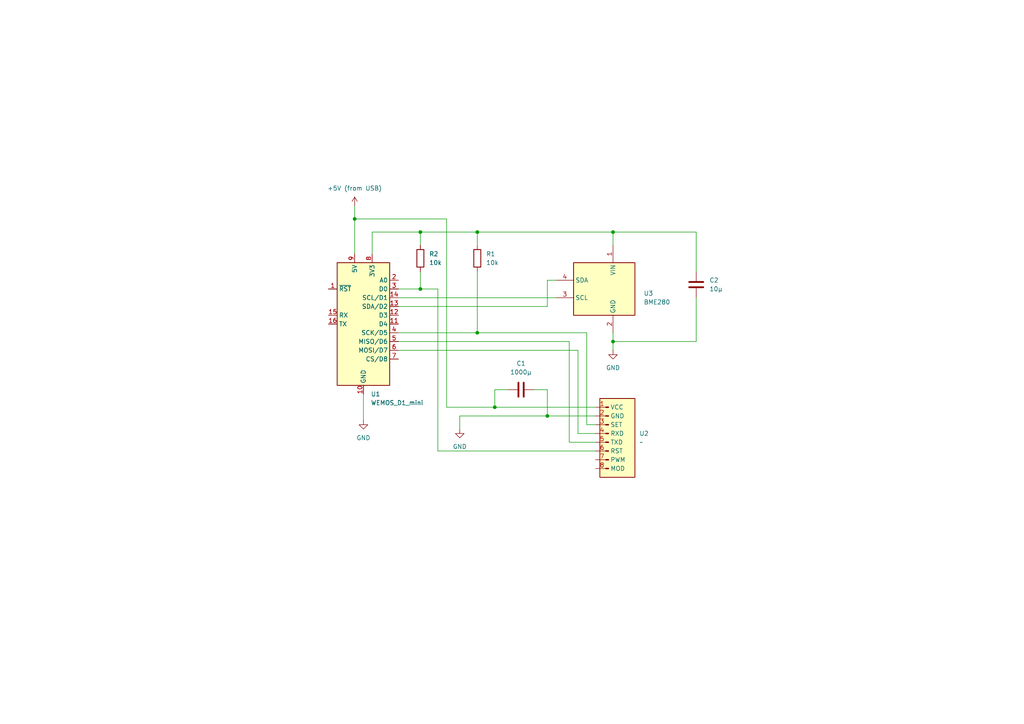
<source format=kicad_sch>
(kicad_sch
	(version 20250114)
	(generator "eeschema")
	(generator_version "9.0")
	(uuid "f1965451-c1dc-41a0-abe4-45483b23ddd7")
	(paper "A4")
	(lib_symbols
		(symbol "Device:C"
			(pin_numbers
				(hide yes)
			)
			(pin_names
				(offset 0.254)
			)
			(exclude_from_sim no)
			(in_bom yes)
			(on_board yes)
			(property "Reference" "C"
				(at 0.635 2.54 0)
				(effects
					(font
						(size 1.27 1.27)
					)
					(justify left)
				)
			)
			(property "Value" "C"
				(at 0.635 -2.54 0)
				(effects
					(font
						(size 1.27 1.27)
					)
					(justify left)
				)
			)
			(property "Footprint" ""
				(at 0.9652 -3.81 0)
				(effects
					(font
						(size 1.27 1.27)
					)
					(hide yes)
				)
			)
			(property "Datasheet" "~"
				(at 0 0 0)
				(effects
					(font
						(size 1.27 1.27)
					)
					(hide yes)
				)
			)
			(property "Description" "Unpolarized capacitor"
				(at 0 0 0)
				(effects
					(font
						(size 1.27 1.27)
					)
					(hide yes)
				)
			)
			(property "ki_keywords" "cap capacitor"
				(at 0 0 0)
				(effects
					(font
						(size 1.27 1.27)
					)
					(hide yes)
				)
			)
			(property "ki_fp_filters" "C_*"
				(at 0 0 0)
				(effects
					(font
						(size 1.27 1.27)
					)
					(hide yes)
				)
			)
			(symbol "C_0_1"
				(polyline
					(pts
						(xy -2.032 0.762) (xy 2.032 0.762)
					)
					(stroke
						(width 0.508)
						(type default)
					)
					(fill
						(type none)
					)
				)
				(polyline
					(pts
						(xy -2.032 -0.762) (xy 2.032 -0.762)
					)
					(stroke
						(width 0.508)
						(type default)
					)
					(fill
						(type none)
					)
				)
			)
			(symbol "C_1_1"
				(pin passive line
					(at 0 3.81 270)
					(length 2.794)
					(name "~"
						(effects
							(font
								(size 1.27 1.27)
							)
						)
					)
					(number "1"
						(effects
							(font
								(size 1.27 1.27)
							)
						)
					)
				)
				(pin passive line
					(at 0 -3.81 90)
					(length 2.794)
					(name "~"
						(effects
							(font
								(size 1.27 1.27)
							)
						)
					)
					(number "2"
						(effects
							(font
								(size 1.27 1.27)
							)
						)
					)
				)
			)
			(embedded_fonts no)
		)
		(symbol "Device:R"
			(pin_numbers
				(hide yes)
			)
			(pin_names
				(offset 0)
			)
			(exclude_from_sim no)
			(in_bom yes)
			(on_board yes)
			(property "Reference" "R"
				(at 2.032 0 90)
				(effects
					(font
						(size 1.27 1.27)
					)
				)
			)
			(property "Value" "R"
				(at 0 0 90)
				(effects
					(font
						(size 1.27 1.27)
					)
				)
			)
			(property "Footprint" ""
				(at -1.778 0 90)
				(effects
					(font
						(size 1.27 1.27)
					)
					(hide yes)
				)
			)
			(property "Datasheet" "~"
				(at 0 0 0)
				(effects
					(font
						(size 1.27 1.27)
					)
					(hide yes)
				)
			)
			(property "Description" "Resistor"
				(at 0 0 0)
				(effects
					(font
						(size 1.27 1.27)
					)
					(hide yes)
				)
			)
			(property "ki_keywords" "R res resistor"
				(at 0 0 0)
				(effects
					(font
						(size 1.27 1.27)
					)
					(hide yes)
				)
			)
			(property "ki_fp_filters" "R_*"
				(at 0 0 0)
				(effects
					(font
						(size 1.27 1.27)
					)
					(hide yes)
				)
			)
			(symbol "R_0_1"
				(rectangle
					(start -1.016 -2.54)
					(end 1.016 2.54)
					(stroke
						(width 0.254)
						(type default)
					)
					(fill
						(type none)
					)
				)
			)
			(symbol "R_1_1"
				(pin passive line
					(at 0 3.81 270)
					(length 1.27)
					(name "~"
						(effects
							(font
								(size 1.27 1.27)
							)
						)
					)
					(number "1"
						(effects
							(font
								(size 1.27 1.27)
							)
						)
					)
				)
				(pin passive line
					(at 0 -3.81 90)
					(length 1.27)
					(name "~"
						(effects
							(font
								(size 1.27 1.27)
							)
						)
					)
					(number "2"
						(effects
							(font
								(size 1.27 1.27)
							)
						)
					)
				)
			)
			(embedded_fonts no)
		)
		(symbol "Moje:BME280_module_(I2C_only)"
			(exclude_from_sim no)
			(in_bom yes)
			(on_board yes)
			(property "Reference" "U3"
				(at -11.43 1.2701 0)
				(effects
					(font
						(size 1.27 1.27)
					)
					(justify right)
				)
			)
			(property "Value" "BME280_module_(I2C_only)"
				(at -11.43 -1.2699 0)
				(effects
					(font
						(size 1.27 1.27)
					)
					(justify right)
				)
			)
			(property "Footprint" "Package_LGA:Bosch_LGA-8_2.5x2.5mm_P0.65mm_ClockwisePinNumbering"
				(at 38.1 -11.43 0)
				(effects
					(font
						(size 1.27 1.27)
					)
					(hide yes)
				)
			)
			(property "Datasheet" "https://www.bosch-sensortec.com/media/boschsensortec/downloads/datasheets/bst-bme280-ds002.pdf"
				(at 0 -5.08 0)
				(effects
					(font
						(size 1.27 1.27)
					)
					(hide yes)
				)
			)
			(property "Description" "3-in-1 sensor, humidity, pressure, temperature, I2C and SPI interface, 1.71-3.6V, LGA-8"
				(at 0 0 0)
				(effects
					(font
						(size 1.27 1.27)
					)
					(hide yes)
				)
			)
			(property "ki_keywords" "Bosch pressure humidity temperature environment environmental measurement digital"
				(at 0 0 0)
				(effects
					(font
						(size 1.27 1.27)
					)
					(hide yes)
				)
			)
			(property "ki_fp_filters" "*LGA*2.5x2.5mm*P0.65mm*Clockwise*"
				(at 0 0 0)
				(effects
					(font
						(size 1.27 1.27)
					)
					(hide yes)
				)
			)
			(symbol "BME280_module_(I2C_only)_0_1"
				(rectangle
					(start -8.89 10.16)
					(end 8.89 -5.08)
					(stroke
						(width 0.254)
						(type default)
					)
					(fill
						(type background)
					)
				)
			)
			(symbol "BME280_module_(I2C_only)_1_1"
				(pin power_in line
					(at -2.54 15.24 270)
					(length 5.08)
					(name "VIN"
						(effects
							(font
								(size 1.27 1.27)
							)
						)
					)
					(number "1"
						(effects
							(font
								(size 1.27 1.27)
							)
						)
					)
				)
				(pin power_in line
					(at -2.54 -10.16 90)
					(length 5.08)
					(name "GND"
						(effects
							(font
								(size 1.27 1.27)
							)
						)
					)
					(number "2"
						(effects
							(font
								(size 1.27 1.27)
							)
						)
					)
				)
				(pin bidirectional line
					(at 13.97 5.08 180)
					(length 5.08)
					(name "SDA"
						(effects
							(font
								(size 1.27 1.27)
							)
						)
					)
					(number "4"
						(effects
							(font
								(size 1.27 1.27)
							)
						)
					)
				)
				(pin input line
					(at 13.97 0 180)
					(length 5.08)
					(name "SCL"
						(effects
							(font
								(size 1.27 1.27)
							)
						)
					)
					(number "3"
						(effects
							(font
								(size 1.27 1.27)
							)
						)
					)
				)
			)
			(embedded_fonts no)
		)
		(symbol "Moje:PMS5005"
			(exclude_from_sim no)
			(in_bom yes)
			(on_board yes)
			(property "Reference" "U"
				(at 0 0 0)
				(effects
					(font
						(size 1.27 1.27)
					)
				)
			)
			(property "Value" ""
				(at 0 0 0)
				(effects
					(font
						(size 1.27 1.27)
					)
				)
			)
			(property "Footprint" ""
				(at 0 0 0)
				(effects
					(font
						(size 1.27 1.27)
					)
					(hide yes)
				)
			)
			(property "Datasheet" ""
				(at 0 0 0)
				(effects
					(font
						(size 1.27 1.27)
					)
					(hide yes)
				)
			)
			(property "Description" ""
				(at 0 0 0)
				(effects
					(font
						(size 1.27 1.27)
					)
					(hide yes)
				)
			)
			(symbol "PMS5005_0_1"
				(rectangle
					(start 5.08 -1.27)
					(end -5.08 -24.13)
					(stroke
						(width 0.254)
						(type solid)
					)
					(fill
						(type background)
					)
				)
			)
			(symbol "PMS5005_1_1"
				(rectangle
					(start -3.4036 -3.683)
					(end -2.54 -3.937)
					(stroke
						(width 0.1524)
						(type solid)
					)
					(fill
						(type outline)
					)
				)
				(rectangle
					(start -3.4036 -6.223)
					(end -2.54 -6.477)
					(stroke
						(width 0.1524)
						(type solid)
					)
					(fill
						(type outline)
					)
				)
				(rectangle
					(start -3.4036 -8.763)
					(end -2.54 -9.017)
					(stroke
						(width 0.1524)
						(type solid)
					)
					(fill
						(type outline)
					)
				)
				(rectangle
					(start -3.4036 -11.303)
					(end -2.54 -11.557)
					(stroke
						(width 0.1524)
						(type solid)
					)
					(fill
						(type outline)
					)
				)
				(rectangle
					(start -3.4036 -13.843)
					(end -2.54 -14.097)
					(stroke
						(width 0.1524)
						(type solid)
					)
					(fill
						(type outline)
					)
				)
				(rectangle
					(start -3.4036 -16.383)
					(end -2.54 -16.637)
					(stroke
						(width 0.1524)
						(type solid)
					)
					(fill
						(type outline)
					)
				)
				(rectangle
					(start -3.4036 -18.923)
					(end -2.54 -19.177)
					(stroke
						(width 0.1524)
						(type solid)
					)
					(fill
						(type outline)
					)
				)
				(rectangle
					(start -3.4036 -21.463)
					(end -2.54 -21.717)
					(stroke
						(width 0.1524)
						(type solid)
					)
					(fill
						(type outline)
					)
				)
				(polyline
					(pts
						(xy -3.175 -3.81) (xy -2.7686 -3.81)
					)
					(stroke
						(width 0.1524)
						(type solid)
					)
					(fill
						(type none)
					)
				)
				(polyline
					(pts
						(xy -3.175 -6.35) (xy -2.7686 -6.35)
					)
					(stroke
						(width 0.1524)
						(type solid)
					)
					(fill
						(type none)
					)
				)
				(polyline
					(pts
						(xy -3.175 -8.89) (xy -2.7686 -8.89)
					)
					(stroke
						(width 0.1524)
						(type solid)
					)
					(fill
						(type none)
					)
				)
				(polyline
					(pts
						(xy -3.175 -11.43) (xy -2.7686 -11.43)
					)
					(stroke
						(width 0.1524)
						(type solid)
					)
					(fill
						(type none)
					)
				)
				(polyline
					(pts
						(xy -3.175 -13.97) (xy -2.7686 -13.97)
					)
					(stroke
						(width 0.1524)
						(type solid)
					)
					(fill
						(type none)
					)
				)
				(polyline
					(pts
						(xy -3.175 -16.51) (xy -2.7686 -16.51)
					)
					(stroke
						(width 0.1524)
						(type solid)
					)
					(fill
						(type none)
					)
				)
				(polyline
					(pts
						(xy -3.175 -19.05) (xy -2.7686 -19.05)
					)
					(stroke
						(width 0.1524)
						(type solid)
					)
					(fill
						(type none)
					)
				)
				(polyline
					(pts
						(xy -3.175 -21.59) (xy -2.7686 -21.59)
					)
					(stroke
						(width 0.1524)
						(type solid)
					)
					(fill
						(type none)
					)
				)
				(pin power_in line
					(at -6.35 -3.81 0)
					(length 3.81)
					(name "VCC"
						(effects
							(font
								(size 1.27 1.27)
							)
						)
					)
					(number "1"
						(effects
							(font
								(size 1.27 1.27)
							)
						)
					)
				)
				(pin power_in line
					(at -6.35 -6.35 0)
					(length 3.81)
					(name "GND"
						(effects
							(font
								(size 1.27 1.27)
							)
						)
					)
					(number "2"
						(effects
							(font
								(size 1.27 1.27)
							)
						)
					)
				)
				(pin input line
					(at -6.35 -8.89 0)
					(length 3.81)
					(name "SET"
						(effects
							(font
								(size 1.27 1.27)
							)
						)
					)
					(number "3"
						(effects
							(font
								(size 1.27 1.27)
							)
						)
					)
				)
				(pin input line
					(at -6.35 -11.43 0)
					(length 3.81)
					(name "RXD"
						(effects
							(font
								(size 1.27 1.27)
							)
						)
					)
					(number "4"
						(effects
							(font
								(size 1.27 1.27)
							)
						)
					)
				)
				(pin output line
					(at -6.35 -13.97 0)
					(length 3.81)
					(name "TXD"
						(effects
							(font
								(size 1.27 1.27)
							)
						)
					)
					(number "5"
						(effects
							(font
								(size 1.27 1.27)
							)
						)
					)
				)
				(pin input line
					(at -6.35 -16.51 0)
					(length 3.81)
					(name "RST"
						(effects
							(font
								(size 1.27 1.27)
							)
						)
					)
					(number "6"
						(effects
							(font
								(size 1.27 1.27)
							)
						)
					)
				)
				(pin output line
					(at -6.35 -19.05 0)
					(length 3.81)
					(name "PWM"
						(effects
							(font
								(size 1.27 1.27)
							)
						)
					)
					(number "7"
						(effects
							(font
								(size 1.27 1.27)
							)
						)
					)
				)
				(pin input line
					(at -6.35 -21.59 0)
					(length 3.81)
					(name "MOD"
						(effects
							(font
								(size 1.27 1.27)
							)
						)
					)
					(number "8"
						(effects
							(font
								(size 1.27 1.27)
							)
						)
					)
				)
			)
			(embedded_fonts no)
		)
		(symbol "RF_Module:WEMOS_D1_mini"
			(exclude_from_sim no)
			(in_bom yes)
			(on_board yes)
			(property "Reference" "U"
				(at 3.81 19.05 0)
				(effects
					(font
						(size 1.27 1.27)
					)
					(justify left)
				)
			)
			(property "Value" "WEMOS_D1_mini"
				(at 1.27 -19.05 0)
				(effects
					(font
						(size 1.27 1.27)
					)
					(justify left)
				)
			)
			(property "Footprint" "RF_Module:WEMOS_D1_mini_light"
				(at 0 -29.21 0)
				(effects
					(font
						(size 1.27 1.27)
					)
					(hide yes)
				)
			)
			(property "Datasheet" "https://wiki.wemos.cc/products:d1:d1_mini#documentation"
				(at -46.99 -29.21 0)
				(effects
					(font
						(size 1.27 1.27)
					)
					(hide yes)
				)
			)
			(property "Description" "32-bit microcontroller module with WiFi"
				(at 0 0 0)
				(effects
					(font
						(size 1.27 1.27)
					)
					(hide yes)
				)
			)
			(property "ki_keywords" "ESP8266 WiFi microcontroller ESP8266EX"
				(at 0 0 0)
				(effects
					(font
						(size 1.27 1.27)
					)
					(hide yes)
				)
			)
			(property "ki_fp_filters" "WEMOS*D1*mini*"
				(at 0 0 0)
				(effects
					(font
						(size 1.27 1.27)
					)
					(hide yes)
				)
			)
			(symbol "WEMOS_D1_mini_1_1"
				(rectangle
					(start -7.62 17.78)
					(end 7.62 -17.78)
					(stroke
						(width 0.254)
						(type default)
					)
					(fill
						(type background)
					)
				)
				(pin input line
					(at -10.16 10.16 0)
					(length 2.54)
					(name "~{RST}"
						(effects
							(font
								(size 1.27 1.27)
							)
						)
					)
					(number "1"
						(effects
							(font
								(size 1.27 1.27)
							)
						)
					)
				)
				(pin input line
					(at -10.16 2.54 0)
					(length 2.54)
					(name "RX"
						(effects
							(font
								(size 1.27 1.27)
							)
						)
					)
					(number "15"
						(effects
							(font
								(size 1.27 1.27)
							)
						)
					)
				)
				(pin output line
					(at -10.16 0 0)
					(length 2.54)
					(name "TX"
						(effects
							(font
								(size 1.27 1.27)
							)
						)
					)
					(number "16"
						(effects
							(font
								(size 1.27 1.27)
							)
						)
					)
				)
				(pin power_in line
					(at -2.54 20.32 270)
					(length 2.54)
					(name "5V"
						(effects
							(font
								(size 1.27 1.27)
							)
						)
					)
					(number "9"
						(effects
							(font
								(size 1.27 1.27)
							)
						)
					)
				)
				(pin power_in line
					(at 0 -20.32 90)
					(length 2.54)
					(name "GND"
						(effects
							(font
								(size 1.27 1.27)
							)
						)
					)
					(number "10"
						(effects
							(font
								(size 1.27 1.27)
							)
						)
					)
				)
				(pin power_out line
					(at 2.54 20.32 270)
					(length 2.54)
					(name "3V3"
						(effects
							(font
								(size 1.27 1.27)
							)
						)
					)
					(number "8"
						(effects
							(font
								(size 1.27 1.27)
							)
						)
					)
				)
				(pin input line
					(at 10.16 12.7 180)
					(length 2.54)
					(name "A0"
						(effects
							(font
								(size 1.27 1.27)
							)
						)
					)
					(number "2"
						(effects
							(font
								(size 1.27 1.27)
							)
						)
					)
				)
				(pin bidirectional line
					(at 10.16 10.16 180)
					(length 2.54)
					(name "D0"
						(effects
							(font
								(size 1.27 1.27)
							)
						)
					)
					(number "3"
						(effects
							(font
								(size 1.27 1.27)
							)
						)
					)
				)
				(pin bidirectional line
					(at 10.16 7.62 180)
					(length 2.54)
					(name "SCL/D1"
						(effects
							(font
								(size 1.27 1.27)
							)
						)
					)
					(number "14"
						(effects
							(font
								(size 1.27 1.27)
							)
						)
					)
				)
				(pin bidirectional line
					(at 10.16 5.08 180)
					(length 2.54)
					(name "SDA/D2"
						(effects
							(font
								(size 1.27 1.27)
							)
						)
					)
					(number "13"
						(effects
							(font
								(size 1.27 1.27)
							)
						)
					)
				)
				(pin bidirectional line
					(at 10.16 2.54 180)
					(length 2.54)
					(name "D3"
						(effects
							(font
								(size 1.27 1.27)
							)
						)
					)
					(number "12"
						(effects
							(font
								(size 1.27 1.27)
							)
						)
					)
				)
				(pin bidirectional line
					(at 10.16 0 180)
					(length 2.54)
					(name "D4"
						(effects
							(font
								(size 1.27 1.27)
							)
						)
					)
					(number "11"
						(effects
							(font
								(size 1.27 1.27)
							)
						)
					)
				)
				(pin bidirectional line
					(at 10.16 -2.54 180)
					(length 2.54)
					(name "SCK/D5"
						(effects
							(font
								(size 1.27 1.27)
							)
						)
					)
					(number "4"
						(effects
							(font
								(size 1.27 1.27)
							)
						)
					)
				)
				(pin bidirectional line
					(at 10.16 -5.08 180)
					(length 2.54)
					(name "MISO/D6"
						(effects
							(font
								(size 1.27 1.27)
							)
						)
					)
					(number "5"
						(effects
							(font
								(size 1.27 1.27)
							)
						)
					)
				)
				(pin bidirectional line
					(at 10.16 -7.62 180)
					(length 2.54)
					(name "MOSI/D7"
						(effects
							(font
								(size 1.27 1.27)
							)
						)
					)
					(number "6"
						(effects
							(font
								(size 1.27 1.27)
							)
						)
					)
				)
				(pin bidirectional line
					(at 10.16 -10.16 180)
					(length 2.54)
					(name "CS/D8"
						(effects
							(font
								(size 1.27 1.27)
							)
						)
					)
					(number "7"
						(effects
							(font
								(size 1.27 1.27)
							)
						)
					)
				)
			)
			(embedded_fonts no)
		)
		(symbol "power:+5V"
			(power)
			(pin_numbers
				(hide yes)
			)
			(pin_names
				(offset 0)
				(hide yes)
			)
			(exclude_from_sim no)
			(in_bom yes)
			(on_board yes)
			(property "Reference" "#PWR"
				(at 0 -3.81 0)
				(effects
					(font
						(size 1.27 1.27)
					)
					(hide yes)
				)
			)
			(property "Value" "+5V"
				(at 0 3.556 0)
				(effects
					(font
						(size 1.27 1.27)
					)
				)
			)
			(property "Footprint" ""
				(at 0 0 0)
				(effects
					(font
						(size 1.27 1.27)
					)
					(hide yes)
				)
			)
			(property "Datasheet" ""
				(at 0 0 0)
				(effects
					(font
						(size 1.27 1.27)
					)
					(hide yes)
				)
			)
			(property "Description" "Power symbol creates a global label with name \"+5V\""
				(at 0 0 0)
				(effects
					(font
						(size 1.27 1.27)
					)
					(hide yes)
				)
			)
			(property "ki_keywords" "global power"
				(at 0 0 0)
				(effects
					(font
						(size 1.27 1.27)
					)
					(hide yes)
				)
			)
			(symbol "+5V_0_1"
				(polyline
					(pts
						(xy -0.762 1.27) (xy 0 2.54)
					)
					(stroke
						(width 0)
						(type default)
					)
					(fill
						(type none)
					)
				)
				(polyline
					(pts
						(xy 0 2.54) (xy 0.762 1.27)
					)
					(stroke
						(width 0)
						(type default)
					)
					(fill
						(type none)
					)
				)
				(polyline
					(pts
						(xy 0 0) (xy 0 2.54)
					)
					(stroke
						(width 0)
						(type default)
					)
					(fill
						(type none)
					)
				)
			)
			(symbol "+5V_1_1"
				(pin power_in line
					(at 0 0 90)
					(length 0)
					(name "~"
						(effects
							(font
								(size 1.27 1.27)
							)
						)
					)
					(number "1"
						(effects
							(font
								(size 1.27 1.27)
							)
						)
					)
				)
			)
			(embedded_fonts no)
		)
		(symbol "power:GND"
			(power)
			(pin_numbers
				(hide yes)
			)
			(pin_names
				(offset 0)
				(hide yes)
			)
			(exclude_from_sim no)
			(in_bom yes)
			(on_board yes)
			(property "Reference" "#PWR"
				(at 0 -6.35 0)
				(effects
					(font
						(size 1.27 1.27)
					)
					(hide yes)
				)
			)
			(property "Value" "GND"
				(at 0 -3.81 0)
				(effects
					(font
						(size 1.27 1.27)
					)
				)
			)
			(property "Footprint" ""
				(at 0 0 0)
				(effects
					(font
						(size 1.27 1.27)
					)
					(hide yes)
				)
			)
			(property "Datasheet" ""
				(at 0 0 0)
				(effects
					(font
						(size 1.27 1.27)
					)
					(hide yes)
				)
			)
			(property "Description" "Power symbol creates a global label with name \"GND\" , ground"
				(at 0 0 0)
				(effects
					(font
						(size 1.27 1.27)
					)
					(hide yes)
				)
			)
			(property "ki_keywords" "global power"
				(at 0 0 0)
				(effects
					(font
						(size 1.27 1.27)
					)
					(hide yes)
				)
			)
			(symbol "GND_0_1"
				(polyline
					(pts
						(xy 0 0) (xy 0 -1.27) (xy 1.27 -1.27) (xy 0 -2.54) (xy -1.27 -1.27) (xy 0 -1.27)
					)
					(stroke
						(width 0)
						(type default)
					)
					(fill
						(type none)
					)
				)
			)
			(symbol "GND_1_1"
				(pin power_in line
					(at 0 0 270)
					(length 0)
					(name "~"
						(effects
							(font
								(size 1.27 1.27)
							)
						)
					)
					(number "1"
						(effects
							(font
								(size 1.27 1.27)
							)
						)
					)
				)
			)
			(embedded_fonts no)
		)
	)
	(junction
		(at 177.8 67.31)
		(diameter 0)
		(color 0 0 0 0)
		(uuid "07b1d714-d814-4c4c-bab3-ec1629106d64")
	)
	(junction
		(at 138.43 67.31)
		(diameter 0)
		(color 0 0 0 0)
		(uuid "1865e35c-6749-4988-8279-4dd6e144c03b")
	)
	(junction
		(at 121.92 83.82)
		(diameter 0)
		(color 0 0 0 0)
		(uuid "19dfe849-a050-46b0-8b2e-3112161a98bf")
	)
	(junction
		(at 143.51 118.11)
		(diameter 0)
		(color 0 0 0 0)
		(uuid "49057275-1e32-40a7-8a0b-eb7a222fe31b")
	)
	(junction
		(at 177.8 99.06)
		(diameter 0)
		(color 0 0 0 0)
		(uuid "49baf18f-cbae-40fa-a33a-bba40e9504d4")
	)
	(junction
		(at 102.87 63.5)
		(diameter 0)
		(color 0 0 0 0)
		(uuid "5910607b-a999-44b1-b576-f32595c3fee1")
	)
	(junction
		(at 121.92 67.31)
		(diameter 0)
		(color 0 0 0 0)
		(uuid "9431e251-e7ac-4294-83e0-ed3654090f2d")
	)
	(junction
		(at 158.75 120.65)
		(diameter 0)
		(color 0 0 0 0)
		(uuid "ac646723-8705-40a0-b360-c709fee43d5b")
	)
	(junction
		(at 138.43 96.52)
		(diameter 0)
		(color 0 0 0 0)
		(uuid "db065eac-22bb-4658-b145-44840f02f85e")
	)
	(wire
		(pts
			(xy 158.75 81.28) (xy 158.75 88.9)
		)
		(stroke
			(width 0)
			(type default)
		)
		(uuid "09273c68-cc2b-4939-bdba-9ffcaf219840")
	)
	(wire
		(pts
			(xy 201.93 86.36) (xy 201.93 99.06)
		)
		(stroke
			(width 0)
			(type default)
		)
		(uuid "0c46c39e-6ce2-479b-8a84-b89f813fa195")
	)
	(wire
		(pts
			(xy 138.43 96.52) (xy 170.18 96.52)
		)
		(stroke
			(width 0)
			(type default)
		)
		(uuid "0eb4a8b7-686b-4dd6-b709-ddd9c1cdaee5")
	)
	(wire
		(pts
			(xy 172.72 125.73) (xy 167.64 125.73)
		)
		(stroke
			(width 0)
			(type default)
		)
		(uuid "104a600a-f126-4215-86e0-f6d13f3ba3c3")
	)
	(wire
		(pts
			(xy 158.75 88.9) (xy 115.57 88.9)
		)
		(stroke
			(width 0)
			(type default)
		)
		(uuid "2583010a-3823-4b2b-9aba-409711752f8c")
	)
	(wire
		(pts
			(xy 161.29 81.28) (xy 158.75 81.28)
		)
		(stroke
			(width 0)
			(type default)
		)
		(uuid "2b559e51-e8a7-42e8-950f-017d41686e07")
	)
	(wire
		(pts
			(xy 172.72 128.27) (xy 165.1 128.27)
		)
		(stroke
			(width 0)
			(type default)
		)
		(uuid "2c3bd69a-1af7-4abf-85f9-f82cdf962701")
	)
	(wire
		(pts
			(xy 172.72 130.81) (xy 127 130.81)
		)
		(stroke
			(width 0)
			(type default)
		)
		(uuid "33066d0e-017f-4546-8bd4-7aa94f0a8dd9")
	)
	(wire
		(pts
			(xy 167.64 101.6) (xy 115.57 101.6)
		)
		(stroke
			(width 0)
			(type default)
		)
		(uuid "34fe386a-81a3-42ea-9412-50549e30d029")
	)
	(wire
		(pts
			(xy 201.93 67.31) (xy 177.8 67.31)
		)
		(stroke
			(width 0)
			(type default)
		)
		(uuid "37456b52-0fde-4c08-a9f1-7fc961d319d9")
	)
	(wire
		(pts
			(xy 127 130.81) (xy 127 83.82)
		)
		(stroke
			(width 0)
			(type default)
		)
		(uuid "3ce708e0-74a9-4bed-af44-94c6382254ec")
	)
	(wire
		(pts
			(xy 105.41 114.3) (xy 105.41 121.92)
		)
		(stroke
			(width 0)
			(type default)
		)
		(uuid "4e910a8c-01a8-420a-b758-c09847ce48f4")
	)
	(wire
		(pts
			(xy 167.64 125.73) (xy 167.64 101.6)
		)
		(stroke
			(width 0)
			(type default)
		)
		(uuid "524b8219-480f-4bde-83d1-7d1133e59da9")
	)
	(wire
		(pts
			(xy 121.92 67.31) (xy 121.92 71.12)
		)
		(stroke
			(width 0)
			(type default)
		)
		(uuid "54e91ba6-a9a8-4885-a622-47d258f8473c")
	)
	(wire
		(pts
			(xy 102.87 63.5) (xy 102.87 73.66)
		)
		(stroke
			(width 0)
			(type default)
		)
		(uuid "55d8632f-6cb6-4ac2-8214-fe792104724e")
	)
	(wire
		(pts
			(xy 172.72 120.65) (xy 158.75 120.65)
		)
		(stroke
			(width 0)
			(type default)
		)
		(uuid "5fdf34f1-ec94-427c-b6e9-24c861e38b2e")
	)
	(wire
		(pts
			(xy 138.43 78.74) (xy 138.43 96.52)
		)
		(stroke
			(width 0)
			(type default)
		)
		(uuid "60c52c9c-a233-4550-9822-247d5f8fc0f0")
	)
	(wire
		(pts
			(xy 115.57 96.52) (xy 138.43 96.52)
		)
		(stroke
			(width 0)
			(type default)
		)
		(uuid "6c16a837-127f-4bbd-a63d-bc215ca02f9d")
	)
	(wire
		(pts
			(xy 127 83.82) (xy 121.92 83.82)
		)
		(stroke
			(width 0)
			(type default)
		)
		(uuid "6d78beb7-36ea-4099-ace5-7e74af69ca05")
	)
	(wire
		(pts
			(xy 158.75 120.65) (xy 133.35 120.65)
		)
		(stroke
			(width 0)
			(type default)
		)
		(uuid "6eeb666c-9577-4838-82e6-e255d0349f9e")
	)
	(wire
		(pts
			(xy 147.32 113.03) (xy 143.51 113.03)
		)
		(stroke
			(width 0)
			(type default)
		)
		(uuid "70851861-5858-4be4-a4bb-2010ab410174")
	)
	(wire
		(pts
			(xy 170.18 123.19) (xy 170.18 96.52)
		)
		(stroke
			(width 0)
			(type default)
		)
		(uuid "78b0665b-d42d-4186-8483-ebc60cf33c17")
	)
	(wire
		(pts
			(xy 102.87 59.69) (xy 102.87 63.5)
		)
		(stroke
			(width 0)
			(type default)
		)
		(uuid "819d0a38-9ee4-448c-8040-6254a4658057")
	)
	(wire
		(pts
			(xy 138.43 67.31) (xy 177.8 67.31)
		)
		(stroke
			(width 0)
			(type default)
		)
		(uuid "81edaead-d486-4c8f-99d4-2395ae4e5181")
	)
	(wire
		(pts
			(xy 154.94 113.03) (xy 158.75 113.03)
		)
		(stroke
			(width 0)
			(type default)
		)
		(uuid "850581a3-b7fc-4320-a85d-334399201c0c")
	)
	(wire
		(pts
			(xy 121.92 67.31) (xy 138.43 67.31)
		)
		(stroke
			(width 0)
			(type default)
		)
		(uuid "8b5177a1-daaf-41cf-a930-594492ef3fdb")
	)
	(wire
		(pts
			(xy 133.35 120.65) (xy 133.35 124.46)
		)
		(stroke
			(width 0)
			(type default)
		)
		(uuid "9d4e4e83-7271-4312-be56-2862ad17519b")
	)
	(wire
		(pts
			(xy 138.43 67.31) (xy 138.43 71.12)
		)
		(stroke
			(width 0)
			(type default)
		)
		(uuid "a050923e-9de3-446d-be9c-ba923557c043")
	)
	(wire
		(pts
			(xy 143.51 118.11) (xy 172.72 118.11)
		)
		(stroke
			(width 0)
			(type default)
		)
		(uuid "b25307df-91d7-4fe8-b086-21aea0872ced")
	)
	(wire
		(pts
			(xy 177.8 99.06) (xy 177.8 101.6)
		)
		(stroke
			(width 0)
			(type default)
		)
		(uuid "b4d1a8a9-d76a-4b23-9a36-56f6a5851c1d")
	)
	(wire
		(pts
			(xy 129.54 63.5) (xy 129.54 118.11)
		)
		(stroke
			(width 0)
			(type default)
		)
		(uuid "b65353ed-a8a2-44f3-813d-e8e036b0f16f")
	)
	(wire
		(pts
			(xy 107.95 73.66) (xy 107.95 67.31)
		)
		(stroke
			(width 0)
			(type default)
		)
		(uuid "b8218eb5-44c5-415e-a234-da70b5040e82")
	)
	(wire
		(pts
			(xy 158.75 113.03) (xy 158.75 120.65)
		)
		(stroke
			(width 0)
			(type default)
		)
		(uuid "b89b2b66-8863-46e9-8634-59d1e4d0151d")
	)
	(wire
		(pts
			(xy 165.1 128.27) (xy 165.1 99.06)
		)
		(stroke
			(width 0)
			(type default)
		)
		(uuid "bc884b07-c66a-44b9-b63f-afc03714aee3")
	)
	(wire
		(pts
			(xy 172.72 123.19) (xy 170.18 123.19)
		)
		(stroke
			(width 0)
			(type default)
		)
		(uuid "c55d82fa-46cc-40fb-8902-dc21e133fbe0")
	)
	(wire
		(pts
			(xy 177.8 96.52) (xy 177.8 99.06)
		)
		(stroke
			(width 0)
			(type default)
		)
		(uuid "ca256b9f-bb8b-4af7-a18f-2ff310908a38")
	)
	(wire
		(pts
			(xy 107.95 67.31) (xy 121.92 67.31)
		)
		(stroke
			(width 0)
			(type default)
		)
		(uuid "ccd30687-c16e-4fe2-8113-725e5121ab40")
	)
	(wire
		(pts
			(xy 201.93 78.74) (xy 201.93 67.31)
		)
		(stroke
			(width 0)
			(type default)
		)
		(uuid "cd89813c-9263-43a0-92ad-be71f1174073")
	)
	(wire
		(pts
			(xy 177.8 67.31) (xy 177.8 71.12)
		)
		(stroke
			(width 0)
			(type default)
		)
		(uuid "cef0dcff-2457-4baa-8a80-d6307629978a")
	)
	(wire
		(pts
			(xy 102.87 63.5) (xy 129.54 63.5)
		)
		(stroke
			(width 0)
			(type default)
		)
		(uuid "d2642a40-e6d1-4932-bd46-438245093e12")
	)
	(wire
		(pts
			(xy 121.92 83.82) (xy 115.57 83.82)
		)
		(stroke
			(width 0)
			(type default)
		)
		(uuid "da4e8da1-a657-40ef-9704-973aeb54bee0")
	)
	(wire
		(pts
			(xy 115.57 86.36) (xy 161.29 86.36)
		)
		(stroke
			(width 0)
			(type default)
		)
		(uuid "dc46ac0f-aa83-472f-a423-2f8fa66fdb07")
	)
	(wire
		(pts
			(xy 129.54 118.11) (xy 143.51 118.11)
		)
		(stroke
			(width 0)
			(type default)
		)
		(uuid "e3aac085-eca7-4bf2-b9f0-d734370b3916")
	)
	(wire
		(pts
			(xy 121.92 78.74) (xy 121.92 83.82)
		)
		(stroke
			(width 0)
			(type default)
		)
		(uuid "e555ac71-23ad-4cd5-8510-d4137e669137")
	)
	(wire
		(pts
			(xy 143.51 113.03) (xy 143.51 118.11)
		)
		(stroke
			(width 0)
			(type default)
		)
		(uuid "e6974857-e845-460d-ab4e-fad50ee2fbe4")
	)
	(wire
		(pts
			(xy 201.93 99.06) (xy 177.8 99.06)
		)
		(stroke
			(width 0)
			(type default)
		)
		(uuid "f2084b08-a8a3-4e85-bea8-8ab8db2ed820")
	)
	(wire
		(pts
			(xy 165.1 99.06) (xy 115.57 99.06)
		)
		(stroke
			(width 0)
			(type default)
		)
		(uuid "f47bcb83-3ea1-4683-bfdc-306c066396f7")
	)
	(symbol
		(lib_id "Device:C")
		(at 201.93 82.55 0)
		(unit 1)
		(exclude_from_sim no)
		(in_bom yes)
		(on_board yes)
		(dnp no)
		(fields_autoplaced yes)
		(uuid "0ff9cdd5-5788-49ce-8a30-f021c1179537")
		(property "Reference" "C2"
			(at 205.74 81.2799 0)
			(effects
				(font
					(size 1.27 1.27)
				)
				(justify left)
			)
		)
		(property "Value" "10μ"
			(at 205.74 83.8199 0)
			(effects
				(font
					(size 1.27 1.27)
				)
				(justify left)
			)
		)
		(property "Footprint" ""
			(at 202.8952 86.36 0)
			(effects
				(font
					(size 1.27 1.27)
				)
				(hide yes)
			)
		)
		(property "Datasheet" "~"
			(at 201.93 82.55 0)
			(effects
				(font
					(size 1.27 1.27)
				)
				(hide yes)
			)
		)
		(property "Description" "Unpolarized capacitor"
			(at 201.93 82.55 0)
			(effects
				(font
					(size 1.27 1.27)
				)
				(hide yes)
			)
		)
		(pin "2"
			(uuid "1b03e05d-9373-40cc-b8ab-a2ed234b0697")
		)
		(pin "1"
			(uuid "e9ca4097-1949-457b-a4b5-9a1f3ee55895")
		)
		(instances
			(project "Breeze"
				(path "/f1965451-c1dc-41a0-abe4-45483b23ddd7"
					(reference "C2")
					(unit 1)
				)
			)
		)
	)
	(symbol
		(lib_id "power:GND")
		(at 133.35 124.46 0)
		(unit 1)
		(exclude_from_sim no)
		(in_bom yes)
		(on_board yes)
		(dnp no)
		(fields_autoplaced yes)
		(uuid "1cae86a7-3cc2-4438-a615-51cb81bc0967")
		(property "Reference" "#PWR04"
			(at 133.35 130.81 0)
			(effects
				(font
					(size 1.27 1.27)
				)
				(hide yes)
			)
		)
		(property "Value" "GND"
			(at 133.35 129.54 0)
			(effects
				(font
					(size 1.27 1.27)
				)
			)
		)
		(property "Footprint" ""
			(at 133.35 124.46 0)
			(effects
				(font
					(size 1.27 1.27)
				)
				(hide yes)
			)
		)
		(property "Datasheet" ""
			(at 133.35 124.46 0)
			(effects
				(font
					(size 1.27 1.27)
				)
				(hide yes)
			)
		)
		(property "Description" "Power symbol creates a global label with name \"GND\" , ground"
			(at 133.35 124.46 0)
			(effects
				(font
					(size 1.27 1.27)
				)
				(hide yes)
			)
		)
		(pin "1"
			(uuid "14bc0b47-c0f1-472b-8bac-cae7a1ac0a4d")
		)
		(instances
			(project "Breeze"
				(path "/f1965451-c1dc-41a0-abe4-45483b23ddd7"
					(reference "#PWR04")
					(unit 1)
				)
			)
		)
	)
	(symbol
		(lib_id "Device:R")
		(at 138.43 74.93 0)
		(unit 1)
		(exclude_from_sim no)
		(in_bom yes)
		(on_board yes)
		(dnp no)
		(fields_autoplaced yes)
		(uuid "2a96ce6d-d59a-4ded-8c87-fec692f6a339")
		(property "Reference" "R1"
			(at 140.97 73.6599 0)
			(effects
				(font
					(size 1.27 1.27)
				)
				(justify left)
			)
		)
		(property "Value" "10k"
			(at 140.97 76.1999 0)
			(effects
				(font
					(size 1.27 1.27)
				)
				(justify left)
			)
		)
		(property "Footprint" ""
			(at 136.652 74.93 90)
			(effects
				(font
					(size 1.27 1.27)
				)
				(hide yes)
			)
		)
		(property "Datasheet" "~"
			(at 138.43 74.93 0)
			(effects
				(font
					(size 1.27 1.27)
				)
				(hide yes)
			)
		)
		(property "Description" "Resistor"
			(at 138.43 74.93 0)
			(effects
				(font
					(size 1.27 1.27)
				)
				(hide yes)
			)
		)
		(pin "1"
			(uuid "5f38fb82-2649-43d1-bcad-f507a05fef50")
		)
		(pin "2"
			(uuid "87ef4a6a-7aa3-4501-89dc-47a24bc14046")
		)
		(instances
			(project ""
				(path "/f1965451-c1dc-41a0-abe4-45483b23ddd7"
					(reference "R1")
					(unit 1)
				)
			)
		)
	)
	(symbol
		(lib_id "Device:R")
		(at 121.92 74.93 0)
		(unit 1)
		(exclude_from_sim no)
		(in_bom yes)
		(on_board yes)
		(dnp no)
		(fields_autoplaced yes)
		(uuid "2cf548be-6a1f-4a5c-9bc1-ffb5744c2699")
		(property "Reference" "R2"
			(at 124.46 73.6599 0)
			(effects
				(font
					(size 1.27 1.27)
				)
				(justify left)
			)
		)
		(property "Value" "10k"
			(at 124.46 76.1999 0)
			(effects
				(font
					(size 1.27 1.27)
				)
				(justify left)
			)
		)
		(property "Footprint" ""
			(at 120.142 74.93 90)
			(effects
				(font
					(size 1.27 1.27)
				)
				(hide yes)
			)
		)
		(property "Datasheet" "~"
			(at 121.92 74.93 0)
			(effects
				(font
					(size 1.27 1.27)
				)
				(hide yes)
			)
		)
		(property "Description" "Resistor"
			(at 121.92 74.93 0)
			(effects
				(font
					(size 1.27 1.27)
				)
				(hide yes)
			)
		)
		(pin "1"
			(uuid "6750702e-3b00-4b4b-a9fd-5bdf7b0e75da")
		)
		(pin "2"
			(uuid "cc92637b-298d-4cb0-9309-748b8d917b86")
		)
		(instances
			(project "Breeze"
				(path "/f1965451-c1dc-41a0-abe4-45483b23ddd7"
					(reference "R2")
					(unit 1)
				)
			)
		)
	)
	(symbol
		(lib_id "Moje:BME280_module_(I2C_only)")
		(at 175.26 86.36 0)
		(mirror y)
		(unit 1)
		(exclude_from_sim no)
		(in_bom yes)
		(on_board yes)
		(dnp no)
		(uuid "30a06f7b-845a-46ae-ae53-ab6e74874463")
		(property "Reference" "U3"
			(at 186.69 85.0899 0)
			(effects
				(font
					(size 1.27 1.27)
				)
				(justify right)
			)
		)
		(property "Value" "BME280"
			(at 186.69 87.6299 0)
			(effects
				(font
					(size 1.27 1.27)
				)
				(justify right)
			)
		)
		(property "Footprint" "Package_LGA:Bosch_LGA-8_2.5x2.5mm_P0.65mm_ClockwisePinNumbering"
			(at 137.16 97.79 0)
			(effects
				(font
					(size 1.27 1.27)
				)
				(hide yes)
			)
		)
		(property "Datasheet" "https://www.bosch-sensortec.com/media/boschsensortec/downloads/datasheets/bst-bme280-ds002.pdf"
			(at 175.26 91.44 0)
			(effects
				(font
					(size 1.27 1.27)
				)
				(hide yes)
			)
		)
		(property "Description" "3-in-1 sensor, humidity, pressure, temperature, I2C and SPI interface, 1.71-3.6V, LGA-8"
			(at 175.26 86.36 0)
			(effects
				(font
					(size 1.27 1.27)
				)
				(hide yes)
			)
		)
		(pin "4"
			(uuid "b17c286b-d942-4d3f-9a31-ec9acadcf45a")
		)
		(pin "2"
			(uuid "5c7ba5c3-f094-4390-b569-4cec9708a3a5")
		)
		(pin "1"
			(uuid "6448b07c-7570-4cb5-a945-c79fec15ee70")
		)
		(pin "3"
			(uuid "7cd613f4-2039-465b-950e-993213c2f512")
		)
		(instances
			(project ""
				(path "/f1965451-c1dc-41a0-abe4-45483b23ddd7"
					(reference "U3")
					(unit 1)
				)
			)
		)
	)
	(symbol
		(lib_id "power:GND")
		(at 105.41 121.92 0)
		(unit 1)
		(exclude_from_sim no)
		(in_bom yes)
		(on_board yes)
		(dnp no)
		(fields_autoplaced yes)
		(uuid "699fea7c-9644-41a7-a2d1-ae96e63b1c53")
		(property "Reference" "#PWR02"
			(at 105.41 128.27 0)
			(effects
				(font
					(size 1.27 1.27)
				)
				(hide yes)
			)
		)
		(property "Value" "GND"
			(at 105.41 127 0)
			(effects
				(font
					(size 1.27 1.27)
				)
			)
		)
		(property "Footprint" ""
			(at 105.41 121.92 0)
			(effects
				(font
					(size 1.27 1.27)
				)
				(hide yes)
			)
		)
		(property "Datasheet" ""
			(at 105.41 121.92 0)
			(effects
				(font
					(size 1.27 1.27)
				)
				(hide yes)
			)
		)
		(property "Description" "Power symbol creates a global label with name \"GND\" , ground"
			(at 105.41 121.92 0)
			(effects
				(font
					(size 1.27 1.27)
				)
				(hide yes)
			)
		)
		(pin "1"
			(uuid "8e661020-cd0c-4552-9910-10199fbf12a8")
		)
		(instances
			(project ""
				(path "/f1965451-c1dc-41a0-abe4-45483b23ddd7"
					(reference "#PWR02")
					(unit 1)
				)
			)
		)
	)
	(symbol
		(lib_id "power:GND")
		(at 177.8 101.6 0)
		(unit 1)
		(exclude_from_sim no)
		(in_bom yes)
		(on_board yes)
		(dnp no)
		(uuid "910d43de-c5a8-4b80-94a7-ca6279940420")
		(property "Reference" "#PWR03"
			(at 177.8 107.95 0)
			(effects
				(font
					(size 1.27 1.27)
				)
				(hide yes)
			)
		)
		(property "Value" "GND"
			(at 177.8 106.68 0)
			(effects
				(font
					(size 1.27 1.27)
				)
			)
		)
		(property "Footprint" ""
			(at 177.8 101.6 0)
			(effects
				(font
					(size 1.27 1.27)
				)
				(hide yes)
			)
		)
		(property "Datasheet" ""
			(at 177.8 101.6 0)
			(effects
				(font
					(size 1.27 1.27)
				)
				(hide yes)
			)
		)
		(property "Description" "Power symbol creates a global label with name \"GND\" , ground"
			(at 177.8 101.6 0)
			(effects
				(font
					(size 1.27 1.27)
				)
				(hide yes)
			)
		)
		(pin "1"
			(uuid "dbcde2c8-ffc1-4291-ae13-ae1c402df9ab")
		)
		(instances
			(project "Breeze"
				(path "/f1965451-c1dc-41a0-abe4-45483b23ddd7"
					(reference "#PWR03")
					(unit 1)
				)
			)
		)
	)
	(symbol
		(lib_id "power:+5V")
		(at 102.87 59.69 0)
		(unit 1)
		(exclude_from_sim no)
		(in_bom yes)
		(on_board yes)
		(dnp no)
		(fields_autoplaced yes)
		(uuid "9423da92-fdd1-45c4-86df-247f96611c49")
		(property "Reference" "#PWR01"
			(at 102.87 63.5 0)
			(effects
				(font
					(size 1.27 1.27)
				)
				(hide yes)
			)
		)
		(property "Value" "+5V (from USB)"
			(at 102.87 54.61 0)
			(effects
				(font
					(size 1.27 1.27)
				)
			)
		)
		(property "Footprint" ""
			(at 102.87 59.69 0)
			(effects
				(font
					(size 1.27 1.27)
				)
				(hide yes)
			)
		)
		(property "Datasheet" ""
			(at 102.87 59.69 0)
			(effects
				(font
					(size 1.27 1.27)
				)
				(hide yes)
			)
		)
		(property "Description" "Power symbol creates a global label with name \"+5V\""
			(at 102.87 59.69 0)
			(effects
				(font
					(size 1.27 1.27)
				)
				(hide yes)
			)
		)
		(pin "1"
			(uuid "b69e6302-b90c-4604-b9a7-390e9265154e")
		)
		(instances
			(project ""
				(path "/f1965451-c1dc-41a0-abe4-45483b23ddd7"
					(reference "#PWR01")
					(unit 1)
				)
			)
		)
	)
	(symbol
		(lib_id "Moje:PMS5005")
		(at 179.07 114.3 0)
		(unit 1)
		(exclude_from_sim no)
		(in_bom yes)
		(on_board yes)
		(dnp no)
		(fields_autoplaced yes)
		(uuid "9730be68-c6f5-4641-9fb4-4d0a67eb723c")
		(property "Reference" "U2"
			(at 185.42 125.7299 0)
			(effects
				(font
					(size 1.27 1.27)
				)
				(justify left)
			)
		)
		(property "Value" "~"
			(at 185.42 128.2699 0)
			(effects
				(font
					(size 1.27 1.27)
				)
				(justify left)
			)
		)
		(property "Footprint" ""
			(at 179.07 114.3 0)
			(effects
				(font
					(size 1.27 1.27)
				)
				(hide yes)
			)
		)
		(property "Datasheet" ""
			(at 179.07 114.3 0)
			(effects
				(font
					(size 1.27 1.27)
				)
				(hide yes)
			)
		)
		(property "Description" ""
			(at 179.07 114.3 0)
			(effects
				(font
					(size 1.27 1.27)
				)
				(hide yes)
			)
		)
		(pin "3"
			(uuid "71e9f1e7-6247-44a5-9282-25e9ccfb666c")
		)
		(pin "7"
			(uuid "f88ed29d-3d80-470c-8b85-a63ac06bf0b5")
		)
		(pin "6"
			(uuid "2495db3a-9d2c-4edc-b56f-afad16f97bc3")
		)
		(pin "1"
			(uuid "cbab2224-e8c8-41c5-962d-49989f54da8f")
		)
		(pin "2"
			(uuid "e6cccdf7-30d9-4028-97bc-4e106fcfd1e7")
		)
		(pin "4"
			(uuid "27468829-70db-4374-a602-741b50a02f96")
		)
		(pin "8"
			(uuid "b55f671c-4476-464c-9ce0-758f677e0343")
		)
		(pin "5"
			(uuid "793d1816-2895-4051-8d1a-4682b3f3d6ea")
		)
		(instances
			(project ""
				(path "/f1965451-c1dc-41a0-abe4-45483b23ddd7"
					(reference "U2")
					(unit 1)
				)
			)
		)
	)
	(symbol
		(lib_id "Device:C")
		(at 151.13 113.03 90)
		(unit 1)
		(exclude_from_sim no)
		(in_bom yes)
		(on_board yes)
		(dnp no)
		(fields_autoplaced yes)
		(uuid "d07c4180-abce-4e4c-9b35-d790e0e5f8e7")
		(property "Reference" "C1"
			(at 151.13 105.41 90)
			(effects
				(font
					(size 1.27 1.27)
				)
			)
		)
		(property "Value" "1000μ"
			(at 151.13 107.95 90)
			(effects
				(font
					(size 1.27 1.27)
				)
			)
		)
		(property "Footprint" ""
			(at 154.94 112.0648 0)
			(effects
				(font
					(size 1.27 1.27)
				)
				(hide yes)
			)
		)
		(property "Datasheet" "~"
			(at 151.13 113.03 0)
			(effects
				(font
					(size 1.27 1.27)
				)
				(hide yes)
			)
		)
		(property "Description" "Unpolarized capacitor"
			(at 151.13 113.03 0)
			(effects
				(font
					(size 1.27 1.27)
				)
				(hide yes)
			)
		)
		(pin "2"
			(uuid "c5cb07a3-1d73-4ae8-aba8-8be6fd71922a")
		)
		(pin "1"
			(uuid "46b2baaa-a012-4d46-a04a-32bc43434250")
		)
		(instances
			(project ""
				(path "/f1965451-c1dc-41a0-abe4-45483b23ddd7"
					(reference "C1")
					(unit 1)
				)
			)
		)
	)
	(symbol
		(lib_id "RF_Module:WEMOS_D1_mini")
		(at 105.41 93.98 0)
		(unit 1)
		(exclude_from_sim no)
		(in_bom yes)
		(on_board yes)
		(dnp no)
		(fields_autoplaced yes)
		(uuid "e9a1e2b9-90e1-45b0-ad68-54146a2814a1")
		(property "Reference" "U1"
			(at 107.5533 114.3 0)
			(effects
				(font
					(size 1.27 1.27)
				)
				(justify left)
			)
		)
		(property "Value" "WEMOS_D1_mini"
			(at 107.5533 116.84 0)
			(effects
				(font
					(size 1.27 1.27)
				)
				(justify left)
			)
		)
		(property "Footprint" "RF_Module:WEMOS_D1_mini_light"
			(at 105.41 123.19 0)
			(effects
				(font
					(size 1.27 1.27)
				)
				(hide yes)
			)
		)
		(property "Datasheet" "https://wiki.wemos.cc/products:d1:d1_mini#documentation"
			(at 58.42 123.19 0)
			(effects
				(font
					(size 1.27 1.27)
				)
				(hide yes)
			)
		)
		(property "Description" "32-bit microcontroller module with WiFi"
			(at 105.41 93.98 0)
			(effects
				(font
					(size 1.27 1.27)
				)
				(hide yes)
			)
		)
		(pin "9"
			(uuid "038aad1b-891d-4fbd-b701-788ef9640a21")
		)
		(pin "15"
			(uuid "10b1f0b6-aa14-40a6-90b7-4902ad59aee2")
		)
		(pin "1"
			(uuid "99fce85c-09d7-49ec-ba3a-95ce367aef24")
		)
		(pin "16"
			(uuid "4472472b-bde9-408f-b976-1568b49ac38e")
		)
		(pin "10"
			(uuid "945a8279-65f7-4517-8ce4-e78e33aab476")
		)
		(pin "8"
			(uuid "7d300493-c386-4966-a5d2-57b29de17baf")
		)
		(pin "2"
			(uuid "ded81602-235f-48ed-8135-e23182e8bfea")
		)
		(pin "12"
			(uuid "77829e07-bb3c-4cf3-aa22-ea38744b92bb")
		)
		(pin "7"
			(uuid "1a1eab6a-e9df-470f-9732-2d7fbd2feef1")
		)
		(pin "4"
			(uuid "b4904015-e214-48c7-9639-c1bdbe6c7917")
		)
		(pin "11"
			(uuid "7e072ee8-211a-4843-b7e8-6fad708f6871")
		)
		(pin "6"
			(uuid "92f90af7-153e-4890-9508-622493275756")
		)
		(pin "14"
			(uuid "a35be3ad-10d7-49ee-a5d5-9f2107c5d972")
		)
		(pin "3"
			(uuid "c8efa497-852b-4d27-b874-f8fac0946ac6")
		)
		(pin "13"
			(uuid "107ec1b3-fb21-4de0-aa4f-84df1bf48410")
		)
		(pin "5"
			(uuid "5c4fc7d5-0e1d-431f-a0ec-8f04f5a1a7ee")
		)
		(instances
			(project ""
				(path "/f1965451-c1dc-41a0-abe4-45483b23ddd7"
					(reference "U1")
					(unit 1)
				)
			)
		)
	)
	(sheet_instances
		(path "/"
			(page "1")
		)
	)
	(embedded_fonts no)
)

</source>
